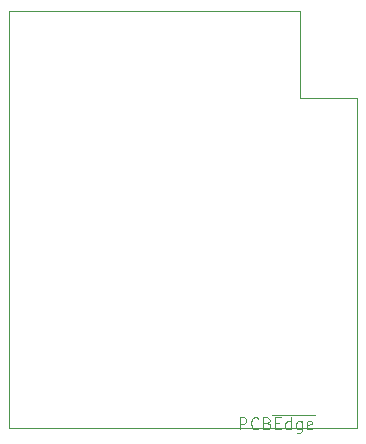
<source format=gbr>
G04 #@! TF.GenerationSoftware,KiCad,Pcbnew,(5.0.1)-3*
G04 #@! TF.CreationDate,2019-12-25T14:02:51-05:00*
G04 #@! TF.ProjectId,SmartWatch,536D61727457617463682E6B69636164,rev?*
G04 #@! TF.SameCoordinates,Original*
G04 #@! TF.FileFunction,Profile,NP*
%FSLAX46Y46*%
G04 Gerber Fmt 4.6, Leading zero omitted, Abs format (unit mm)*
G04 Created by KiCad (PCBNEW (5.0.1)-3) date 12/25/2019 2:02:51 PM*
%MOMM*%
%LPD*%
G01*
G04 APERTURE LIST*
%ADD10C,0.100000*%
%ADD11C,0.050000*%
G04 APERTURE END LIST*
D10*
X128270000Y-86360000D02*
X152908000Y-86360000D01*
X157734000Y-93726000D02*
X157734000Y-121666000D01*
X152908000Y-93726000D02*
X157734000Y-93726000D01*
X152908000Y-86360000D02*
X152908000Y-93726000D01*
X128270000Y-121666000D02*
X129032000Y-121666000D01*
X128270000Y-86360000D02*
X128270000Y-121666000D01*
X129032000Y-121666000D02*
X157734000Y-121666000D01*
G04 #@! TO.C,J1*
D11*
X147778080Y-121750424D02*
X147778080Y-120750424D01*
X148159033Y-120750424D01*
X148254271Y-120798044D01*
X148301890Y-120845663D01*
X148349509Y-120940901D01*
X148349509Y-121083758D01*
X148301890Y-121178996D01*
X148254271Y-121226615D01*
X148159033Y-121274234D01*
X147778080Y-121274234D01*
X149349509Y-121655186D02*
X149301890Y-121702805D01*
X149159033Y-121750424D01*
X149063795Y-121750424D01*
X148920938Y-121702805D01*
X148825700Y-121607567D01*
X148778080Y-121512329D01*
X148730461Y-121321853D01*
X148730461Y-121178996D01*
X148778080Y-120988520D01*
X148825700Y-120893282D01*
X148920938Y-120798044D01*
X149063795Y-120750424D01*
X149159033Y-120750424D01*
X149301890Y-120798044D01*
X149349509Y-120845663D01*
X150111414Y-121226615D02*
X150254271Y-121274234D01*
X150301890Y-121321853D01*
X150349509Y-121417091D01*
X150349509Y-121559948D01*
X150301890Y-121655186D01*
X150254271Y-121702805D01*
X150159033Y-121750424D01*
X149778080Y-121750424D01*
X149778080Y-120750424D01*
X150111414Y-120750424D01*
X150206652Y-120798044D01*
X150254271Y-120845663D01*
X150301890Y-120940901D01*
X150301890Y-121036139D01*
X150254271Y-121131377D01*
X150206652Y-121178996D01*
X150111414Y-121226615D01*
X149778080Y-121226615D01*
X150539985Y-120513044D02*
X151444747Y-120513044D01*
X150778080Y-121226615D02*
X151111414Y-121226615D01*
X151254271Y-121750424D02*
X150778080Y-121750424D01*
X150778080Y-120750424D01*
X151254271Y-120750424D01*
X151444747Y-120513044D02*
X152349509Y-120513044D01*
X152111414Y-121750424D02*
X152111414Y-120750424D01*
X152111414Y-121702805D02*
X152016176Y-121750424D01*
X151825700Y-121750424D01*
X151730461Y-121702805D01*
X151682842Y-121655186D01*
X151635223Y-121559948D01*
X151635223Y-121274234D01*
X151682842Y-121178996D01*
X151730461Y-121131377D01*
X151825700Y-121083758D01*
X152016176Y-121083758D01*
X152111414Y-121131377D01*
X152349509Y-120513044D02*
X153254271Y-120513044D01*
X153016176Y-121083758D02*
X153016176Y-121893282D01*
X152968557Y-121988520D01*
X152920938Y-122036139D01*
X152825700Y-122083758D01*
X152682842Y-122083758D01*
X152587604Y-122036139D01*
X153016176Y-121702805D02*
X152920938Y-121750424D01*
X152730461Y-121750424D01*
X152635223Y-121702805D01*
X152587604Y-121655186D01*
X152539985Y-121559948D01*
X152539985Y-121274234D01*
X152587604Y-121178996D01*
X152635223Y-121131377D01*
X152730461Y-121083758D01*
X152920938Y-121083758D01*
X153016176Y-121131377D01*
X153254271Y-120513044D02*
X154111414Y-120513044D01*
X153873319Y-121702805D02*
X153778080Y-121750424D01*
X153587604Y-121750424D01*
X153492366Y-121702805D01*
X153444747Y-121607567D01*
X153444747Y-121226615D01*
X153492366Y-121131377D01*
X153587604Y-121083758D01*
X153778080Y-121083758D01*
X153873319Y-121131377D01*
X153920938Y-121226615D01*
X153920938Y-121321853D01*
X153444747Y-121417091D01*
G04 #@! TD*
M02*

</source>
